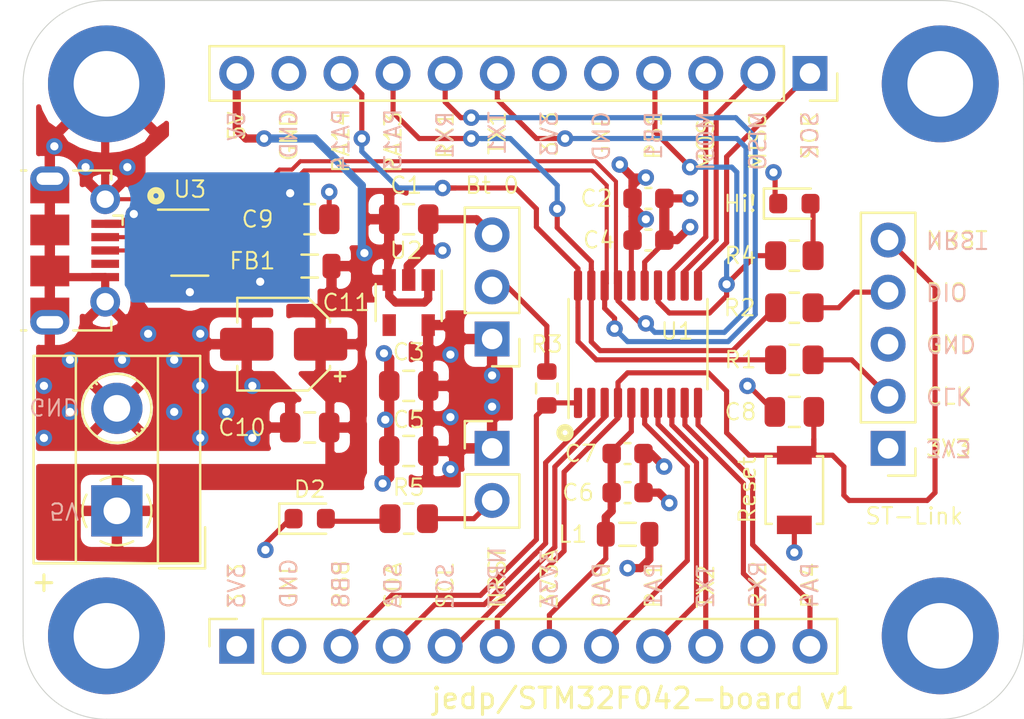
<source format=kicad_pcb>
(kicad_pcb (version 20171130) (host pcbnew "(5.1.7-0-10_14)")
  (layers (0 F.Cu signal) (1 In1.Cu power) (2 In2.Cu power) (31 B.Cu signal) (34 B.Paste user) (35 F.Paste user) (36 B.SilkS user) (37 F.SilkS user) (38 B.Mask user) (39 F.Mask user) (44 Edge.Cuts user))
  (net 0 "")
  (net 1 GND)
  (net 2 NRST)
  (net 3 USB_VBUS)
  (net 4 VBUS)
  (net 5 "Net-(D1-Pad2)")
  (net 6 PA4)
  (net 7 PA3)
  (net 8 PA2)
  (net 9 PA1)
  (net 10 PA0)
  (net 11 PF1)
  (net 12 PF0)
  (net 13 BOOT0)
  (net 14 PA14)
  (net 15 PA13)
  (net 16 LED_USER)
  (net 17 PA7)
  (net 18 PA6)
  (net 19 PA5)
  (net 20 "Net-(JP2-Pad2)")
  (net 21 +3V3)
  (net 22 +3.3VA)
  (net 23 "Net-(J3-Pad4)")
  (net 24 USB_D+)
  (net 25 USB_D-)
  (net 26 "Net-(R1-Pad1)")
  (net 27 "Net-(R2-Pad1)")
  (net 28 "Net-(D2-Pad2)")
  (net 29 "Net-(U2-Pad4)")
  (net 30 "Net-(JP1-Pad2)")
  (net 31 USB+)
  (net 32 USB-)
  (module Connector_USB:USB_Micro-B_Molex-105017-0001 (layer F.Cu) (at 134.112 70.104 270)
    (fp_text reference J3 hide)
    (fp_text value USB_B_Micro hide)
    (pad 6 smd rect (at 1 1.2375 270) (size 1.5 1.9) (layers F.Cu F.Paste F.Mask) (net 1 GND))
    (pad 6 thru_hole circle (at -2.5 -1.4625 270) (size 1.45 1.45) (drill 0.85) (layers *.Cu *.Mask) (net 1 GND))
    (pad 2 smd rect (at -0.65 -1.4625 270) (size 0.4 1.35) (layers F.Cu F.Paste F.Mask) (net 25 USB_D-))
    (pad 1 smd rect (at -1.3 -1.4625 270) (size 0.4 1.35) (layers F.Cu F.Paste F.Mask) (net 3 USB_VBUS))
    (pad 5 smd rect (at 1.3 -1.4625 270) (size 0.4 1.35) (layers F.Cu F.Paste F.Mask) (net 1 GND))
    (pad 4 smd rect (at 0.65 -1.4625 270) (size 0.4 1.35) (layers F.Cu F.Paste F.Mask) (net 23 "Net-(J3-Pad4)"))
    (pad 3 smd rect (at 0 -1.4625 270) (size 0.4 1.35) (layers F.Cu F.Paste F.Mask) (net 24 USB_D+))
    (pad 6 thru_hole circle (at 2.5 -1.4625 270) (size 1.45 1.45) (drill 0.85) (layers *.Cu *.Mask) (net 1 GND))
    (pad 6 smd rect (at -1 1.2375 270) (size 1.5 1.9) (layers F.Cu F.Paste F.Mask) (net 1 GND))
    (pad 6 thru_hole oval (at -3.5 1.2375 90) (size 1.2 1.9) (drill oval 0.6 1.3) (layers *.Cu *.Mask) (net 1 GND))
    (pad 6 thru_hole oval (at 3.5 1.2375 270) (size 1.2 1.9) (drill oval 0.6 1.3) (layers *.Cu *.Mask) (net 1 GND))
    (pad 6 smd rect (at 2.9 1.2375 270) (size 1.2 1.9) (layers F.Cu F.Mask) (net 1 GND))
    (pad 6 smd rect (at -2.9 1.2375 270) (size 1.2 1.9) (layers F.Cu F.Mask) (net 1 GND))
  )
  (module Capacitor_SMD:CP_Elec_4x5.4 (layer F.Cu) (at 144.272 74.676 180)
    (fp_text reference C11 (at -3.048 2.032) (layer F.SilkS) (effects (font (size 0.8 0.8) (thickness 0.1))))
    (fp_text value 4.7u hide)
    (pad 1 smd roundrect (at -1.8 0 180) (size 2.6 1.6) (layers F.Cu F.Paste F.Mask) (roundrect_rratio 0.15625) (net 4 VBUS))
    (pad 2 smd roundrect (at 1.8 0 180) (size 2.6 1.6) (layers F.Cu F.Paste F.Mask) (roundrect_rratio 0.15625) (net 1 GND))
  )
  (module Capacitor_SMD:C_0805_2012Metric (layer F.Cu) (at 150.368 68.58)
    (fp_text reference C1 (at -0.127 -1.651 180) (layer F.SilkS) (effects (font (size 0.8 0.8) (thickness 0.1))))
    (fp_text value 1u hide)
    (pad 1 smd roundrect (at -0.95 0) (size 1 1.45) (layers F.Cu F.Paste F.Mask) (net 4 VBUS))
    (pad 2 smd roundrect (at 0.95 0) (size 1 1.45) (layers F.Cu F.Paste F.Mask) (net 1 GND))
  )
  (module Capacitor_SMD:C_0805_2012Metric (layer F.Cu) (at 150.368 79.883 180)
    (fp_text reference C5 (at 0 1.524) (layer F.SilkS) (effects (font (size 0.8 0.8) (thickness 0.1))))
    (fp_text value 1u hide)
    (pad 1 smd roundrect (at -0.95 0 180) (size 1 1.45) (layers F.Cu F.Paste F.Mask) (net 21 +3V3))
    (pad 2 smd roundrect (at 0.95 0 180) (size 1 1.45) (layers F.Cu F.Paste F.Mask) (net 1 GND))
  )
  (module Capacitor_SMD:C_0805_2012Metric (layer F.Cu) (at 169.164 77.978 180)
    (fp_text reference C8 (at 1.778 0) (layer F.SilkS) (effects (font (size 0.8 0.8) (thickness 0.1)) (justify right)))
    (fp_text value 0.1u hide)
    (pad 2 smd roundrect (at 0.95 0 180) (size 1 1.45) (layers F.Cu F.Paste F.Mask) (net 1 GND))
    (pad 1 smd roundrect (at -0.95 0 180) (size 1 1.45) (layers F.Cu F.Paste F.Mask) (net 2 NRST))
  )
  (module Capacitor_SMD:C_0805_2012Metric (layer F.Cu) (at 145.542 68.58)
    (fp_text reference C9 (at -2.54 0 180) (layer F.SilkS) (effects (font (size 0.8 0.8) (thickness 0.1))))
    (fp_text value 0.01u hide)
    (pad 1 smd roundrect (at -0.95 0) (size 1 1.45) (layers F.Cu F.Paste F.Mask) (net 3 USB_VBUS))
    (pad 2 smd roundrect (at 0.95 0) (size 1 1.45) (layers F.Cu F.Paste F.Mask) (net 1 GND))
  )
  (module Capacitor_SMD:C_0805_2012Metric (layer F.Cu) (at 145.542 78.74 180)
    (fp_text reference C10 (at 3.302 0 180) (layer F.SilkS) (effects (font (size 0.8 0.8) (thickness 0.1))))
    (fp_text value 0.1u hide)
    (pad 2 smd roundrect (at 0.95 0 180) (size 1 1.45) (layers F.Cu F.Paste F.Mask) (net 1 GND))
    (pad 1 smd roundrect (at -0.95 0 180) (size 1 1.45) (layers F.Cu F.Paste F.Mask) (net 4 VBUS))
  )
  (module Inductor_SMD:L_0805_2012Metric (layer F.Cu) (at 145.542 70.866 180)
    (fp_text reference FB1 (at 2.794 0.254 180) (layer F.SilkS) (effects (font (size 0.8 0.8) (thickness 0.1))))
    (fp_text value BK0603HS330-T hide)
    (pad 1 smd roundrect (at -1.0625 0 180) (size 0.875 1.2) (layers F.Cu F.Paste F.Mask) (net 4 VBUS))
    (pad 2 smd roundrect (at 1.0625 0 180) (size 0.875 1.2) (layers F.Cu F.Paste F.Mask) (net 3 USB_VBUS))
  )
  (module Connector_PinSocket_2.54mm:PinSocket_1x12_P2.54mm_Vertical (layer F.Cu) (at 141.986 89.408 90)
    (fp_text reference J1 hide)
    (fp_text value Conn_01x12_Female hide)
    (pad 1 thru_hole rect (at 0 0 90) (size 1.7 1.7) (drill 1) (layers *.Cu *.Mask) (net 21 +3V3))
    (pad 2 thru_hole oval (at 0 2.54 90) (size 1.7 1.7) (drill 1) (layers *.Cu *.Mask) (net 1 GND))
    (pad 3 thru_hole oval (at 0 5.08 90) (size 1.7 1.7) (drill 1) (layers *.Cu *.Mask) (net 13 BOOT0))
    (pad 4 thru_hole oval (at 0 7.62 90) (size 1.7 1.7) (drill 1) (layers *.Cu *.Mask) (net 12 PF0))
    (pad 5 thru_hole oval (at 0 10.16 90) (size 1.7 1.7) (drill 1) (layers *.Cu *.Mask) (net 11 PF1))
    (pad 6 thru_hole oval (at 0 12.7 90) (size 1.7 1.7) (drill 1) (layers *.Cu *.Mask) (net 2 NRST))
    (pad 7 thru_hole oval (at 0 15.24 90) (size 1.7 1.7) (drill 1) (layers *.Cu *.Mask) (net 22 +3.3VA))
    (pad 8 thru_hole oval (at 0 17.78 90) (size 1.7 1.7) (drill 1) (layers *.Cu *.Mask) (net 10 PA0))
    (pad 9 thru_hole oval (at 0 20.32 90) (size 1.7 1.7) (drill 1) (layers *.Cu *.Mask) (net 9 PA1))
    (pad 10 thru_hole oval (at 0 22.86 90) (size 1.7 1.7) (drill 1) (layers *.Cu *.Mask) (net 8 PA2))
    (pad 11 thru_hole oval (at 0 25.4 90) (size 1.7 1.7) (drill 1) (layers *.Cu *.Mask) (net 7 PA3))
    (pad 12 thru_hole oval (at 0 27.94 90) (size 1.7 1.7) (drill 1) (layers *.Cu *.Mask) (net 6 PA4))
  )
  (module Connector_PinSocket_2.54mm:PinSocket_1x12_P2.54mm_Vertical (layer F.Cu) (at 169.926 61.468 270)
    (fp_text reference J2 hide)
    (fp_text value Conn_01x12_Female hide)
    (pad 12 thru_hole oval (at 0 27.94 270) (size 1.7 1.7) (drill 1) (layers *.Cu *.Mask) (net 4 VBUS))
    (pad 11 thru_hole oval (at 0 25.4 270) (size 1.7 1.7) (drill 1) (layers *.Cu *.Mask) (net 1 GND))
    (pad 10 thru_hole oval (at 0 22.86 270) (size 1.7 1.7) (drill 1) (layers *.Cu *.Mask) (net 14 PA14))
    (pad 9 thru_hole oval (at 0 20.32 270) (size 1.7 1.7) (drill 1) (layers *.Cu *.Mask) (net 15 PA13))
    (pad 8 thru_hole oval (at 0 17.78 270) (size 1.7 1.7) (drill 1) (layers *.Cu *.Mask) (net 31 USB+))
    (pad 7 thru_hole oval (at 0 15.24 270) (size 1.7 1.7) (drill 1) (layers *.Cu *.Mask) (net 32 USB-))
    (pad 6 thru_hole oval (at 0 12.7 270) (size 1.7 1.7) (drill 1) (layers *.Cu *.Mask) (net 21 +3V3))
    (pad 5 thru_hole oval (at 0 10.16 270) (size 1.7 1.7) (drill 1) (layers *.Cu *.Mask) (net 1 GND))
    (pad 4 thru_hole oval (at 0 7.62 270) (size 1.7 1.7) (drill 1) (layers *.Cu *.Mask) (net 16 LED_USER))
    (pad 3 thru_hole oval (at 0 5.08 270) (size 1.7 1.7) (drill 1) (layers *.Cu *.Mask) (net 17 PA7))
    (pad 2 thru_hole oval (at 0 2.54 270) (size 1.7 1.7) (drill 1) (layers *.Cu *.Mask) (net 18 PA6))
    (pad 1 thru_hole rect (at 0 0 270) (size 1.7 1.7) (drill 1) (layers *.Cu *.Mask) (net 19 PA5))
  )
  (module TerminalBlock_MetzConnect:TerminalBlock_MetzConnect_Type055_RT01502HDWU_1x02_P5.00mm_Horizontal (layer F.Cu) (at 136.144 82.804 90)
    (fp_text reference J4 hide)
    (fp_text value Screw_Terminal_01x02 hide)
    (pad 1 thru_hole rect (at 0 0 90) (size 2.5 2.5) (drill 1.3) (layers *.Cu *.Mask) (net 4 VBUS))
    (pad 2 thru_hole circle (at 5 0 90) (size 2.5 2.5) (drill 1.3) (layers *.Cu *.Mask) (net 1 GND))
  )
  (module Connector_PinHeader_2.54mm:PinHeader_1x03_P2.54mm_Vertical (layer F.Cu) (at 154.432 74.422 180)
    (fp_text reference JP1 hide)
    (fp_text value Boot_Mode hide)
    (pad 1 thru_hole rect (at 0 0 180) (size 1.7 1.7) (drill 1) (layers *.Cu *.Mask) (net 21 +3V3))
    (pad 2 thru_hole oval (at 0 2.54 180) (size 1.7 1.7) (drill 1) (layers *.Cu *.Mask) (net 30 "Net-(JP1-Pad2)"))
    (pad 3 thru_hole oval (at 0 5.08 180) (size 1.7 1.7) (drill 1) (layers *.Cu *.Mask) (net 1 GND))
  )
  (module Connector_PinHeader_2.54mm:PinHeader_1x02_P2.54mm_Vertical (layer F.Cu) (at 154.432 79.756)
    (fp_text reference JP2 hide)
    (fp_text value LED_PWR hide)
    (pad 2 thru_hole oval (at 0 2.54) (size 1.7 1.7) (drill 1) (layers *.Cu *.Mask) (net 20 "Net-(JP2-Pad2)"))
    (pad 1 thru_hole rect (at 0 0) (size 1.7 1.7) (drill 1) (layers *.Cu *.Mask) (net 21 +3V3))
  )
  (module Inductor_SMD:L_0805_2012Metric (layer F.Cu) (at 161.036 83.947 180)
    (fp_text reference L1 (at 1.905 0 180) (layer F.SilkS) (effects (font (size 0.8 0.8) (thickness 0.1)) (justify right)))
    (fp_text value 39n hide)
    (pad 2 smd roundrect (at 1.0625 0 180) (size 0.875 1.2) (layers F.Cu F.Paste F.Mask) (net 22 +3.3VA))
    (pad 1 smd roundrect (at -1.0625 0 180) (size 0.875 1.2) (layers F.Cu F.Paste F.Mask) (net 21 +3V3))
  )
  (module Resistor_SMD:R_0805_2012Metric (layer F.Cu) (at 169.164 75.438 180)
    (fp_text reference R1 (at 1.778 0) (layer F.SilkS) (effects (font (size 0.8 0.8) (thickness 0.1)) (justify right)))
    (fp_text value 22 hide)
    (pad 1 smd roundrect (at -0.9125 0 180) (size 1.025 1.4) (layers F.Cu F.Paste F.Mask) (roundrect_rratio 0.2439004878048781) (net 26 "Net-(R1-Pad1)"))
    (pad 2 smd roundrect (at 0.9125 0 180) (size 1.025 1.4) (layers F.Cu F.Paste F.Mask) (roundrect_rratio 0.2439004878048781) (net 14 PA14))
  )
  (module Resistor_SMD:R_0805_2012Metric (layer F.Cu) (at 169.164 70.358)
    (fp_text reference R4 (at -1.778 0) (layer F.SilkS) (effects (font (size 0.8 0.8) (thickness 0.1)) (justify right)))
    (fp_text value 1k hide)
    (pad 2 smd roundrect (at 0.9125 0) (size 1.025 1.4) (layers F.Cu F.Paste F.Mask) (roundrect_rratio 0.2439004878048781) (net 5 "Net-(D1-Pad2)"))
    (pad 1 smd roundrect (at -0.9125 0) (size 1.025 1.4) (layers F.Cu F.Paste F.Mask) (roundrect_rratio 0.2439004878048781) (net 16 LED_USER))
  )
  (module Resistor_SMD:R_0805_2012Metric (layer F.Cu) (at 150.368 83.185 180)
    (fp_text reference R5 (at 0 1.524) (layer F.SilkS) (effects (font (size 0.8 0.8) (thickness 0.1))))
    (fp_text value 1k hide)
    (pad 1 smd roundrect (at -0.9125 0 180) (size 1.025 1.4) (layers F.Cu F.Paste F.Mask) (roundrect_rratio 0.2439004878048781) (net 20 "Net-(JP2-Pad2)"))
    (pad 2 smd roundrect (at 0.9125 0 180) (size 1.025 1.4) (layers F.Cu F.Paste F.Mask) (roundrect_rratio 0.2439004878048781) (net 28 "Net-(D2-Pad2)"))
  )
  (module Connector_PinHeader_2.54mm:PinHeader_1x05_P2.54mm_Vertical (layer F.Cu) (at 173.736 79.756 180)
    (fp_text reference ST-Link hide)
    (fp_text value Conn_01x05_Female hide)
    (pad 1 thru_hole rect (at 0 0 180) (size 1.7 1.7) (drill 1) (layers *.Cu *.Mask) (net 21 +3V3))
    (pad 2 thru_hole oval (at 0 2.54 180) (size 1.7 1.7) (drill 1) (layers *.Cu *.Mask) (net 26 "Net-(R1-Pad1)"))
    (pad 3 thru_hole oval (at 0 5.08 180) (size 1.7 1.7) (drill 1) (layers *.Cu *.Mask) (net 1 GND))
    (pad 4 thru_hole oval (at 0 7.62 180) (size 1.7 1.7) (drill 1) (layers *.Cu *.Mask) (net 27 "Net-(R2-Pad1)"))
    (pad 5 thru_hole oval (at 0 10.16 180) (size 1.7 1.7) (drill 1) (layers *.Cu *.Mask) (net 2 NRST))
  )
  (module Package_SO:TSSOP-20_4.4x6.5mm_P0.65mm (layer F.Cu) (at 161.544 74.676 90)
    (fp_text reference U1 (at 0.635 1.905 180) (layer F.SilkS) (effects (font (size 0.8 0.8) (thickness 0.1))))
    (fp_text value STM32F042F6Px hide)
    (pad 1 smd roundrect (at -2.8625 -2.925 90) (size 1.475 0.4) (layers F.Cu F.Paste F.Mask) (net 13 BOOT0))
    (pad 2 smd roundrect (at -2.8625 -2.275 90) (size 1.475 0.4) (layers F.Cu F.Paste F.Mask) (net 12 PF0))
    (pad 3 smd roundrect (at -2.8625 -1.625 90) (size 1.475 0.4) (layers F.Cu F.Paste F.Mask) (net 11 PF1))
    (pad 4 smd roundrect (at -2.8625 -0.975 90) (size 1.475 0.4) (layers F.Cu F.Paste F.Mask) (net 2 NRST))
    (pad 5 smd roundrect (at -2.8625 -0.325 90) (size 1.475 0.4) (layers F.Cu F.Paste F.Mask) (net 22 +3.3VA))
    (pad 6 smd roundrect (at -2.8625 0.325 90) (size 1.475 0.4) (layers F.Cu F.Paste F.Mask) (net 10 PA0))
    (pad 7 smd roundrect (at -2.8625 0.975 90) (size 1.475 0.4) (layers F.Cu F.Paste F.Mask) (net 9 PA1))
    (pad 8 smd roundrect (at -2.8625 1.625 90) (size 1.475 0.4) (layers F.Cu F.Paste F.Mask) (net 8 PA2))
    (pad 9 smd roundrect (at -2.8625 2.275 90) (size 1.475 0.4) (layers F.Cu F.Paste F.Mask) (net 7 PA3))
    (pad 10 smd roundrect (at -2.8625 2.925 90) (size 1.475 0.4) (layers F.Cu F.Paste F.Mask) (net 6 PA4))
    (pad 11 smd roundrect (at 2.8625 2.925 90) (size 1.475 0.4) (layers F.Cu F.Paste F.Mask) (net 19 PA5))
    (pad 12 smd roundrect (at 2.8625 2.275 90) (size 1.475 0.4) (layers F.Cu F.Paste F.Mask) (net 18 PA6))
    (pad 13 smd roundrect (at 2.8625 1.625 90) (size 1.475 0.4) (layers F.Cu F.Paste F.Mask) (net 17 PA7))
    (pad 14 smd roundrect (at 2.8625 0.975 90) (size 1.475 0.4) (layers F.Cu F.Paste F.Mask) (net 16 LED_USER))
    (pad 15 smd roundrect (at 2.8625 0.325 90) (size 1.475 0.4) (layers F.Cu F.Paste F.Mask) (net 1 GND))
    (pad 16 smd roundrect (at 2.8625 -0.325 90) (size 1.475 0.4) (layers F.Cu F.Paste F.Mask) (net 21 +3V3))
    (pad 17 smd roundrect (at 2.8625 -0.975 90) (size 1.475 0.4) (layers F.Cu F.Paste F.Mask) (net 32 USB-))
    (pad 18 smd roundrect (at 2.8625 -1.625 90) (size 1.475 0.4) (layers F.Cu F.Paste F.Mask) (net 31 USB+))
    (pad 19 smd roundrect (at 2.8625 -2.275 90) (size 1.475 0.4) (layers F.Cu F.Paste F.Mask) (net 15 PA13))
    (pad 20 smd roundrect (at 2.8625 -2.925 90) (size 1.475 0.4) (layers F.Cu F.Paste F.Mask) (net 14 PA14))
  )
  (module Package_TO_SOT_SMD:SOT-23-5 (layer F.Cu) (at 150.368 72.644 270)
    (fp_text reference U2 (at -2.54 0.127) (layer F.SilkS) (effects (font (size 0.8 0.8) (thickness 0.1))))
    (fp_text value MCP1802 hide)
    (pad 1 smd rect (at -1.1 -0.95 270) (size 1.06 0.65) (layers F.Cu F.Paste F.Mask) (net 4 VBUS))
    (pad 2 smd rect (at -1.1 0 270) (size 1.06 0.65) (layers F.Cu F.Paste F.Mask) (net 1 GND))
    (pad 3 smd rect (at -1.1 0.95 270) (size 1.06 0.65) (layers F.Cu F.Paste F.Mask) (net 4 VBUS))
    (pad 4 smd rect (at 1.1 0.95 270) (size 1.06 0.65) (layers F.Cu F.Paste F.Mask) (net 29 "Net-(U2-Pad4)"))
    (pad 5 smd rect (at 1.1 -0.95 270) (size 1.06 0.65) (layers F.Cu F.Paste F.Mask) (net 21 +3V3))
  )
  (module Capacitor_SMD:C_0603_1608Metric (layer F.Cu) (at 162.052 67.564)
    (fp_text reference C2 (at -2.54 0) (layer F.SilkS) (effects (font (size 0.8 0.8) (thickness 0.1))))
    (fp_text value 4.7u hide)
    (pad 1 smd roundrect (at -0.775 0) (size 0.9 0.95) (layers F.Cu F.Paste F.Mask) (net 21 +3V3))
    (pad 2 smd roundrect (at 0.775 0) (size 0.9 0.95) (layers F.Cu F.Paste F.Mask) (net 1 GND))
  )
  (module Capacitor_SMD:C_0603_1608Metric (layer F.Cu) (at 162.052 69.596)
    (fp_text reference C4 (at -2.413 0) (layer F.SilkS) (effects (font (size 0.8 0.8) (thickness 0.1))))
    (fp_text value 0.1u hide)
    (pad 2 smd roundrect (at 0.775 0) (size 0.9 0.95) (layers F.Cu F.Paste F.Mask) (net 1 GND))
    (pad 1 smd roundrect (at -0.775 0) (size 0.9 0.95) (layers F.Cu F.Paste F.Mask) (net 21 +3V3))
  )
  (module Capacitor_SMD:C_0603_1608Metric (layer F.Cu) (at 161.036 81.915)
    (fp_text reference C6 (at -2.413 0) (layer F.SilkS) (effects (font (size 0.8 0.8) (thickness 0.1))))
    (fp_text value 1u hide)
    (pad 1 smd roundrect (at -0.775 0) (size 0.9 0.95) (layers F.Cu F.Paste F.Mask) (net 22 +3.3VA))
    (pad 2 smd roundrect (at 0.775 0) (size 0.9 0.95) (layers F.Cu F.Paste F.Mask) (net 1 GND))
  )
  (module Capacitor_SMD:C_0603_1608Metric (layer F.Cu) (at 161.036 80.01)
    (fp_text reference C7 (at -2.286 0) (layer F.SilkS) (effects (font (size 0.8 0.8) (thickness 0.1))))
    (fp_text value 0.1u hide)
    (pad 1 smd roundrect (at -0.775 0) (size 0.9 0.95) (layers F.Cu F.Paste F.Mask) (net 22 +3.3VA))
    (pad 2 smd roundrect (at 0.775 0) (size 0.9 0.95) (layers F.Cu F.Paste F.Mask) (net 1 GND))
  )
  (module Button_Switch_SMD:SW_SPST_B3U-1000P-B (layer F.Cu) (at 169.164 81.788 270)
    (fp_text reference Reset1 hide)
    (fp_text value SW_Push hide)
    (pad 1 smd rect (at -1.7 0 270) (size 0.9 1.7) (layers F.Cu F.Paste F.Mask) (net 2 NRST))
    (pad 2 smd rect (at 1.7 0 270) (size 0.9 1.7) (layers F.Cu F.Paste F.Mask) (net 1 GND))
    (pad "" np_thru_hole circle (at 0 0 270) (size 0.8 0.8) (drill 0.8) (layers *.Cu *.Mask))
  )
  (module MountingHole:MountingHole_3.2mm_M3_ISO7380_Pad (layer F.Cu) (at 176.276 88.9)
    (fp_text reference H1 hide)
    (fp_text value MountingHole_Pad hide)
    (pad 1 thru_hole circle (at 0 0) (size 5.7 5.7) (drill 3.2) (layers *.Cu *.Mask) (net 1 GND))
  )
  (module MountingHole:MountingHole_3.2mm_M3_ISO7380_Pad (layer F.Cu) (at 176.276 61.976)
    (fp_text reference H2 hide)
    (fp_text value MountingHole_Pad hide)
    (pad 1 thru_hole circle (at 0 0) (size 5.7 5.7) (drill 3.2) (layers *.Cu *.Mask) (net 1 GND))
  )
  (module MountingHole:MountingHole_3.2mm_M3_ISO7380_Pad (layer F.Cu) (at 135.636 61.976)
    (fp_text reference H3 hide)
    (fp_text value MountingHole_Pad hide)
    (pad 1 thru_hole circle (at 0 0) (size 5.7 5.7) (drill 3.2) (layers *.Cu *.Mask) (net 1 GND))
  )
  (module MountingHole:MountingHole_3.2mm_M3_ISO7380_Pad (layer F.Cu) (at 135.636 88.9)
    (fp_text reference H4 hide)
    (fp_text value MountingHole_Pad hide)
    (pad 1 thru_hole circle (at 0 0) (size 5.7 5.7) (drill 3.2) (layers *.Cu *.Mask) (net 1 GND))
  )
  (module Capacitor_SMD:C_0805_2012Metric (layer F.Cu) (at 150.368 76.708 180)
    (fp_text reference C3 (at 0 1.651 180) (layer F.SilkS) (effects (font (size 0.8 0.8) (thickness 0.1))))
    (fp_text value 10u hide)
    (pad 1 smd roundrect (at -0.95 0 180) (size 1 1.45) (layers F.Cu F.Paste F.Mask) (net 21 +3V3))
    (pad 2 smd roundrect (at 0.95 0 180) (size 1 1.45) (layers F.Cu F.Paste F.Mask) (net 1 GND))
  )
  (module Resistor_SMD:R_0805_2012Metric (layer F.Cu) (at 169.164 72.898 180)
    (fp_text reference R2 (at 2.667 0) (layer F.SilkS) (effects (font (size 0.8 0.8) (thickness 0.1))))
    (fp_text value 22 hide)
    (pad 1 smd roundrect (at -0.9125 0 180) (size 1.025 1.4) (layers F.Cu F.Paste F.Mask) (roundrect_rratio 0.2439014634146341) (net 27 "Net-(R2-Pad1)"))
    (pad 2 smd roundrect (at 0.9125 0 180) (size 1.025 1.4) (layers F.Cu F.Paste F.Mask) (roundrect_rratio 0.2439014634146341) (net 15 PA13))
  )
  (module Resistor_SMD:R_0603_1608Metric (layer F.Cu) (at 157.099 76.835 270)
    (fp_text reference R3 (at -2.159 0 180) (layer F.SilkS) (effects (font (size 0.8 0.8) (thickness 0.1))))
    (fp_text value 10k hide)
    (pad 1 smd roundrect (at -0.825 0 270) (size 0.8 0.95) (layers F.Cu F.Paste F.Mask) (net 30 "Net-(JP1-Pad2)"))
    (pad 2 smd roundrect (at 0.825 0 270) (size 0.8 0.95) (layers F.Cu F.Paste F.Mask) (net 13 BOOT0))
  )
  (module Package_TO_SOT_SMD:SOT-23-6 (layer F.Cu) (at 139.7 69.723)
    (fp_text reference U3 (at 0 -2.6035) (layer F.SilkS) (effects (font (size 0.8 0.8) (thickness 0.1))))
    (fp_text value USBLC6-2SC6 hide)
    (pad 1 smd rect (at -1.1 -0.95) (size 1.06 0.65) (layers F.Cu F.Paste F.Mask) (net 25 USB_D-))
    (pad 2 smd rect (at -1.1 0) (size 1.06 0.65) (layers F.Cu F.Paste F.Mask) (net 1 GND))
    (pad 3 smd rect (at -1.1 0.95) (size 1.06 0.65) (layers F.Cu F.Paste F.Mask) (net 24 USB_D+))
    (pad 4 smd rect (at 1.1 0.95) (size 1.06 0.65) (layers F.Cu F.Paste F.Mask) (net 31 USB+))
    (pad 6 smd rect (at 1.1 -0.95) (size 1.06 0.65) (layers F.Cu F.Paste F.Mask) (net 32 USB-))
    (pad 5 smd rect (at 1.1 0) (size 1.06 0.65) (layers F.Cu F.Paste F.Mask) (net 3 USB_VBUS))
  )
  (module LED_SMD:LED_0603_1608Metric (layer F.Cu) (at 169.164 67.818)
    (fp_text reference Hi! (at -1.778 0) (layer F.SilkS) (effects (font (size 0.8 0.8) (thickness 0.1)) (justify right)))
    (fp_text value LED_USER hide)
    (pad 1 smd roundrect (at -0.7875 0) (size 0.875 0.95) (layers F.Cu F.Paste F.Mask) (net 1 GND))
    (pad 2 smd roundrect (at 0.7875 0) (size 0.875 0.95) (layers F.Cu F.Paste F.Mask) (net 5 "Net-(D1-Pad2)"))
  )
  (module LED_SMD:LED_0603_1608Metric (layer F.Cu) (at 145.542 83.185)
    (fp_text reference D2 (at 0 -1.43) (layer F.SilkS) (effects (font (size 0.8 0.8) (thickness 0.1))))
    (fp_text value PWR hide)
    (pad 2 smd roundrect (at 0.7875 0) (size 0.875 0.95) (layers F.Cu F.Paste F.Mask) (net 28 "Net-(D2-Pad2)"))
    (pad 1 smd roundrect (at -0.7875 0) (size 0.875 0.95) (layers F.Cu F.Paste F.Mask) (net 1 GND))
  )
  (gr_text Reset (at 166.878 81.788 90) (layer F.SilkS) (effects (font (size 0.8 0.8) (thickness 0.1))))
  (gr_text ST-Link (at 175.006 83.058) (layer F.SilkS) (effects (font (size 0.8 0.8) (thickness 0.1))))
  (gr_text 5V (at 134.366 82.804 180) (layer B.SilkS) (effects (font (size 0.8 0.8) (thickness 0.1)) (justify right mirror)))
  (gr_text GND (at 134.366 77.724 180) (layer B.SilkS) (effects (font (size 0.8 0.8) (thickness 0.1)) (justify right mirror)))
  (gr_text 3V3 (at 175.514 79.756 180) (layer B.SilkS) (effects (font (size 0.8 0.8) (thickness 0.1)) (justify left mirror)))
  (gr_text CLK (at 175.514 77.216 180) (layer B.SilkS) (effects (font (size 0.8 0.8) (thickness 0.1)) (justify left mirror)))
  (gr_text GND (at 175.514 74.676 180) (layer B.SilkS) (effects (font (size 0.8 0.8) (thickness 0.1)) (justify left mirror)))
  (gr_text DIO (at 175.514 72.136 180) (layer B.SilkS) (effects (font (size 0.8 0.8) (thickness 0.1)) (justify left mirror)))
  (gr_text NRST (at 175.514 69.596 180) (layer B.SilkS) (effects (font (size 0.8 0.8) (thickness 0.1)) (justify left mirror)))
  (gr_text PA4 (at 169.926 87.63 90) (layer B.SilkS) (effects (font (size 0.8 0.8) (thickness 0.1)) (justify right mirror)))
  (gr_text PA1 (at 162.306 87.63 90) (layer B.SilkS) (effects (font (size 0.8 0.8) (thickness 0.1)) (justify right mirror)))
  (gr_text RX2 (at 167.386 87.63 90) (layer B.SilkS) (effects (font (size 0.8 0.8) (thickness 0.1)) (justify right mirror)))
  (gr_text TX2 (at 164.846 87.63 90) (layer B.SilkS) (effects (font (size 0.8 0.8) (thickness 0.1)) (justify right mirror)))
  (gr_text PA0 (at 159.766 87.63 90) (layer B.SilkS) (effects (font (size 0.8 0.8) (thickness 0.1)) (justify right mirror)))
  (gr_text 3V3A (at 157.226 87.63 90) (layer B.SilkS) (effects (font (size 0.8 0.8) (thickness 0.1)) (justify right mirror)))
  (gr_text NRST (at 154.686 87.63 90) (layer B.SilkS) (effects (font (size 0.8 0.8) (thickness 0.1)) (justify right mirror)))
  (gr_text SCL (at 152.146 87.63 90) (layer B.SilkS) (effects (font (size 0.8 0.8) (thickness 0.1)) (justify right mirror)))
  (gr_text SDA (at 149.606 87.63 90) (layer B.SilkS) (effects (font (size 0.8 0.8) (thickness 0.1)) (justify right mirror)))
  (gr_text PB8 (at 147.066 87.63 90) (layer B.SilkS) (effects (font (size 0.8 0.8) (thickness 0.1)) (justify right mirror)))
  (gr_text GND (at 144.526 87.63 90) (layer B.SilkS) (effects (font (size 0.8 0.8) (thickness 0.1)) (justify right mirror)))
  (gr_text 3V3 (at 141.986 87.63 90) (layer B.SilkS) (effects (font (size 0.8 0.8) (thickness 0.1)) (justify right mirror)))
  (gr_text SCK (at 169.926 63.246 90) (layer B.SilkS) (effects (font (size 0.8 0.8) (thickness 0.1)) (justify left mirror)))
  (gr_text MISO (at 167.386 63.246 90) (layer B.SilkS) (effects (font (size 0.8 0.8) (thickness 0.1)) (justify left mirror)))
  (gr_text MOSI (at 164.846 63.246 90) (layer B.SilkS) (effects (font (size 0.8 0.8) (thickness 0.1)) (justify left mirror)))
  (gr_text PB1 (at 162.306 63.246 90) (layer B.SilkS) (effects (font (size 0.8 0.8) (thickness 0.1)) (justify left mirror)))
  (gr_text GND (at 159.766 63.246 90) (layer B.SilkS) (effects (font (size 0.8 0.8) (thickness 0.1)) (justify left mirror)))
  (gr_text 3V3 (at 157.226 63.246 90) (layer B.SilkS) (effects (font (size 0.8 0.8) (thickness 0.1)) (justify left mirror)))
  (gr_text TX1 (at 154.686 63.246 90) (layer B.SilkS) (effects (font (size 0.8 0.8) (thickness 0.1)) (justify left mirror)))
  (gr_text RX1 (at 152.146 63.246 90) (layer B.SilkS) (effects (font (size 0.8 0.8) (thickness 0.1)) (justify left mirror)))
  (gr_text PA13 (at 149.606 63.119 90) (layer B.SilkS) (effects (font (size 0.8 0.8) (thickness 0.1)) (justify left mirror)))
  (gr_text PA14 (at 147.066 63.119 90) (layer B.SilkS) (effects (font (size 0.8 0.8) (thickness 0.1)) (justify left mirror)))
  (gr_text GND (at 144.526 63.119 90) (layer B.SilkS) (effects (font (size 0.8 0.8) (thickness 0.1)) (justify left mirror)))
  (gr_text 5V (at 141.986 63.246 90) (layer B.SilkS) (effects (font (size 0.8 0.8) (thickness 0.1)) (justify left mirror)))
  (gr_text "jedp/STM32F042-board v1" (at 161.798 91.948) (layer F.SilkS) (effects (font (size 1 1))))
  (gr_text + (at 132.588 86.233) (layer F.SilkS) (effects (font (size 1 1))))
  (gr_text "Bt 0" (at 154.432 66.929) (layer F.SilkS) (effects (font (size 0.8 0.8) (thickness 0.1))))
  (gr_arc (start 135.636 88.9) (end 131.572 88.9) (angle -90) (layer Edge.Cuts) (width 0.05))
  (gr_arc (start 176.276 88.9) (end 176.276 92.964) (angle -90) (layer Edge.Cuts) (width 0.05))
  (gr_arc (start 135.636 61.976) (end 135.636 57.912) (angle -90) (layer Edge.Cuts) (width 0.05))
  (gr_arc (start 176.276 61.976) (end 180.34 61.976) (angle -90) (layer Edge.Cuts) (width 0.05))
  (gr_line (start 131.572 88.9) (end 131.572 61.976) (layer Edge.Cuts) (width 0.05))
  (gr_line (start 176.276 92.964) (end 135.636 92.964) (layer Edge.Cuts) (width 0.05))
  (gr_line (start 180.34 61.976) (end 180.34 88.9) (layer Edge.Cuts) (width 0.05))
  (gr_line (start 135.636 57.912) (end 176.276 57.912) (layer Edge.Cuts) (width 0.05))
  (gr_text SCK (at 169.926 63.246 90) (layer F.SilkS) (effects (font (size 0.8 0.8) (thickness 0.1)) (justify right)))
  (gr_text MISO (at 167.386 63.246 90) (layer F.SilkS) (effects (font (size 0.8 0.8) (thickness 0.1)) (justify right)))
  (gr_text MOSI (at 164.846 63.246 90) (layer F.SilkS) (effects (font (size 0.8 0.8) (thickness 0.1)) (justify right)))
  (gr_text PB1 (at 162.306 63.246 90) (layer F.SilkS) (effects (font (size 0.8 0.8) (thickness 0.1)) (justify right)))
  (gr_text GND (at 159.766 63.246 90) (layer F.SilkS) (effects (font (size 0.8 0.8) (thickness 0.1)) (justify right)))
  (gr_text 3V3 (at 157.226 63.246 90) (layer F.SilkS) (effects (font (size 0.8 0.8) (thickness 0.1)) (justify right)))
  (gr_text TX1 (at 154.686 63.246 90) (layer F.SilkS) (effects (font (size 0.8 0.8) (thickness 0.1)) (justify right)))
  (gr_text RX1 (at 152.146 63.246 90) (layer F.SilkS) (effects (font (size 0.8 0.8) (thickness 0.1)) (justify right)))
  (gr_text PA13 (at 149.606 63.246 90) (layer F.SilkS) (effects (font (size 0.8 0.8) (thickness 0.1)) (justify right)))
  (gr_text PA14 (at 147.066 63.246 90) (layer F.SilkS) (effects (font (size 0.8 0.8) (thickness 0.1)) (justify right)))
  (gr_text GND (at 144.526 63.246 90) (layer F.SilkS) (effects (font (size 0.8 0.8) (thickness 0.1)) (justify right)))
  (gr_text 5V (at 141.986 63.246 90) (layer F.SilkS) (effects (font (size 0.8 0.8) (thickness 0.1)) (justify right)))
  (gr_text PA4 (at 169.926 87.63 90) (layer F.SilkS) (effects (font (size 0.8 0.8) (thickness 0.1)) (justify left)))
  (gr_text PA1 (at 162.306 87.63 90) (layer F.SilkS) (effects (font (size 0.8 0.8) (thickness 0.1)) (justify left)))
  (gr_text RX2 (at 167.386 87.63 90) (layer F.SilkS) (effects (font (size 0.8 0.8) (thickness 0.1)) (justify left)))
  (gr_text TX2 (at 164.846 87.63 90) (layer F.SilkS) (effects (font (size 0.8 0.8) (thickness 0.1)) (justify left)))
  (gr_text PA0 (at 159.766 87.63 90) (layer F.SilkS) (effects (font (size 0.8 0.8) (thickness 0.1)) (justify left)))
  (gr_text 3V3A (at 157.226 87.63 90) (layer F.SilkS) (effects (font (size 0.8 0.8) (thickness 0.1)) (justify left)))
  (gr_text NRST (at 154.686 87.63 90) (layer F.SilkS) (effects (font (size 0.8 0.8) (thickness 0.1)) (justify left)))
  (gr_text SCL (at 152.146 87.63 90) (layer F.SilkS) (effects (font (size 0.8 0.8) (thickness 0.1)) (justify left)))
  (gr_text SDA (at 149.606 87.63 90) (layer F.SilkS) (effects (font (size 0.8 0.8) (thickness 0.1)) (justify left)))
  (gr_text "PB8\n" (at 147.066 87.63 90) (layer F.SilkS) (effects (font (size 0.8 0.8) (thickness 0.1)) (justify left)))
  (gr_text GND (at 144.526 87.63 90) (layer F.SilkS) (effects (font (size 0.8 0.8) (thickness 0.1)) (justify left)))
  (gr_text 3V3 (at 141.986 87.63 90) (layer F.SilkS) (effects (font (size 0.8 0.8) (thickness 0.1)) (justify left)))
  (gr_circle (center 138.049 67.437) (end 138.174 67.437) (layer F.SilkS) (width 0.3))
  (gr_circle (center 157.988 78.994) (end 158.113 78.994) (layer F.SilkS) (width 0.3))
  (gr_text NRST (at 175.514 69.596) (layer F.SilkS) (effects (font (size 0.8 0.8) (thickness 0.1)) (justify left)))
  (gr_text CLK (at 175.514 77.216) (layer F.SilkS) (effects (font (size 0.8 0.8) (thickness 0.1)) (justify left)))
  (gr_text DIO (at 175.514 72.136) (layer F.SilkS) (effects (font (size 0.8 0.8) (thickness 0.1)) (justify left)))
  (gr_text GND (at 175.514 74.676) (layer F.SilkS) (effects (font (size 0.8 0.8) (thickness 0.1)) (justify left)))
  (gr_text "3V3\n" (at 175.514 79.756) (layer F.SilkS) (effects (font (size 0.8 0.8) (thickness 0.1)) (justify left)))
  (via (at 152.019 70.104) (size 0.8) (drill 0.4) (layers F.Cu B.Cu) (net 1))
  (via (at 149.225 78.359) (size 0.8) (drill 0.4) (layers F.Cu B.Cu) (net 1))
  (via (at 166.878 76.708) (size 0.8) (drill 0.4) (layers F.Cu B.Cu) (net 1))
  (via (at 149.1615 75.1205) (size 0.8) (drill 0.4) (layers F.Cu B.Cu) (net 1))
  (via (at 149.098 81.4705) (size 0.8) (drill 0.4) (layers F.Cu B.Cu) (net 1))
  (via (at 169.164 84.836) (size 0.8) (drill 0.4) (layers F.Cu B.Cu) (net 1))
  (via (at 146.4945 67.2465) (size 0.8) (drill 0.4) (layers F.Cu B.Cu) (net 1))
  (via (at 162.814 80.645) (size 0.8) (drill 0.4) (layers F.Cu B.Cu) (net 1))
  (via (at 163.068 82.423) (size 0.8) (drill 0.4) (layers F.Cu B.Cu) (net 1))
  (via (at 164.084 68.961) (size 0.8) (drill 0.4) (layers F.Cu B.Cu) (net 1))
  (via (at 164.084 67.564) (size 0.8) (drill 0.4) (layers F.Cu B.Cu) (net 1))
  (via (at 168.148 66.294) (size 0.8) (drill 0.4) (layers F.Cu B.Cu) (net 1))
  (segment (start 168.2265 66.3725) (end 168.148 66.294) (width 0.25) (layer F.Cu) (net 1))
  (segment (start 168.2265 67.818) (end 168.2265 66.3725) (width 0.25) (layer F.Cu) (net 1))
  (segment (start 162.827 67.564) (end 162.827 69.596) (width 0.5) (layer F.Cu) (net 1))
  (segment (start 161.869 71.8135) (end 161.869 70.668) (width 0.25) (layer F.Cu) (net 1))
  (segment (start 162.827 69.71) (end 162.827 69.596) (width 0.25) (layer F.Cu) (net 1))
  (segment (start 161.869 70.668) (end 162.827 69.71) (width 0.25) (layer F.Cu) (net 1))
  (segment (start 159.766 62.103) (end 159.766 61.468) (width 0.4) (layer F.Cu) (net 1))
  (segment (start 162.827 67.564) (end 164.084 67.564) (width 0.4) (layer F.Cu) (net 1))
  (segment (start 162.941 67.45) (end 162.827 67.564) (width 0.25) (layer F.Cu) (net 1))
  (segment (start 144.912 83.2585) (end 144.8585 83.312) (width 0.4) (layer F.Cu) (net 1))
  (segment (start 135.5745 62.0375) (end 135.636 61.976) (width 0.4) (layer F.Cu) (net 1))
  (segment (start 135.5745 67.604) (end 135.5745 62.0375) (width 0.4) (layer F.Cu) (net 1))
  (segment (start 141.964 74.168) (end 142.472 74.676) (width 0.4) (layer F.Cu) (net 1))
  (segment (start 149.418 76.708) (end 149.418 79.883) (width 0.5) (layer F.Cu) (net 1))
  (segment (start 150.368 71.544) (end 150.368 70.866) (width 0.5) (layer F.Cu) (net 1))
  (segment (start 161.811 80.01) (end 161.811 81.915) (width 0.4) (layer F.Cu) (net 1))
  (segment (start 162.56 81.915) (end 163.068 82.423) (width 0.4) (layer F.Cu) (net 1))
  (segment (start 161.811 81.915) (end 162.56 81.915) (width 0.4) (layer F.Cu) (net 1))
  (segment (start 162.179 80.01) (end 162.814 80.645) (width 0.4) (layer F.Cu) (net 1))
  (segment (start 161.811 80.01) (end 162.179 80.01) (width 0.4) (layer F.Cu) (net 1))
  (segment (start 144.526 61.468) (end 144.526 61.976) (width 0.25) (layer F.Cu) (net 1))
  (segment (start 153.67 68.58) (end 154.432 69.342) (width 0.4) (layer F.Cu) (net 1))
  (segment (start 151.318 68.58) (end 153.67 68.58) (width 0.4) (layer F.Cu) (net 1))
  (segment (start 169.164 83.488) (end 169.164 84.836) (width 0.25) (layer F.Cu) (net 1))
  (segment (start 149.418 75.377) (end 149.1615 75.1205) (width 0.5) (layer F.Cu) (net 1))
  (segment (start 149.418 76.708) (end 149.418 75.377) (width 0.5) (layer F.Cu) (net 1))
  (segment (start 149.418 81.1505) (end 149.098 81.4705) (width 0.5) (layer F.Cu) (net 1))
  (segment (start 149.418 79.883) (end 149.418 81.1505) (width 0.5) (layer F.Cu) (net 1))
  (segment (start 133.1745 71.404) (end 132.8745 71.104) (width 0.4) (layer F.Cu) (net 1))
  (segment (start 135.5745 71.404) (end 133.1745 71.404) (width 0.4) (layer F.Cu) (net 1))
  (segment (start 138.6 69.723) (end 139.2555 69.723) (width 0.2) (layer F.Cu) (net 1))
  (segment (start 139.2555 69.723) (end 139.7 69.2785) (width 0.2) (layer F.Cu) (net 1))
  (segment (start 139.7 69.2785) (end 139.7 68.1355) (width 0.2) (layer F.Cu) (net 1))
  (segment (start 139.1685 67.604) (end 135.5745 67.604) (width 0.2) (layer F.Cu) (net 1))
  (segment (start 139.7 68.1355) (end 139.1685 67.604) (width 0.2) (layer F.Cu) (net 1))
  (segment (start 146.492 67.249) (end 146.4945 67.2465) (width 0.25) (layer F.Cu) (net 1))
  (segment (start 146.492 68.58) (end 146.492 67.249) (width 0.25) (layer F.Cu) (net 1))
  (via (at 143.383 84.709) (size 0.8) (drill 0.4) (layers F.Cu B.Cu) (net 1))
  (via (at 142.748 79.248) (size 0.8) (drill 0.4) (layers F.Cu B.Cu) (net 1))
  (via (at 142.748 76.708) (size 0.8) (drill 0.4) (layers F.Cu B.Cu) (net 1))
  (via (at 141.478 77.978) (size 0.8) (drill 0.4) (layers F.Cu B.Cu) (net 1))
  (via (at 140.208 76.708) (size 0.8) (drill 0.4) (layers F.Cu B.Cu) (net 1))
  (via (at 140.208 79.248) (size 0.8) (drill 0.4) (layers F.Cu B.Cu) (net 1))
  (via (at 138.938 77.978) (size 0.8) (drill 0.4) (layers F.Cu B.Cu) (net 1))
  (via (at 138.938 75.438) (size 0.8) (drill 0.4) (layers F.Cu B.Cu) (net 1))
  (via (at 140.208 74.168) (size 0.8) (drill 0.4) (layers F.Cu B.Cu) (net 1))
  (via (at 137.668 74.168) (size 0.8) (drill 0.4) (layers F.Cu B.Cu) (net 1))
  (via (at 136.398 75.438) (size 0.8) (drill 0.4) (layers F.Cu B.Cu) (net 1))
  (via (at 133.858 75.438) (size 0.8) (drill 0.4) (layers F.Cu B.Cu) (net 1))
  (via (at 133.858 77.978) (size 0.8) (drill 0.4) (layers F.Cu B.Cu) (net 1))
  (via (at 132.588 76.708) (size 0.8) (drill 0.4) (layers F.Cu B.Cu) (net 1))
  (via (at 133.096 65.024) (size 0.8) (drill 0.4) (layers F.Cu B.Cu) (net 1))
  (via (at 136.652 66.04) (size 0.8) (drill 0.4) (layers F.Cu B.Cu) (net 1))
  (via (at 134.62 66.04) (size 0.8) (drill 0.4) (layers F.Cu B.Cu) (net 1))
  (segment (start 166.944 76.708) (end 168.214 77.978) (width 0.25) (layer F.Cu) (net 1))
  (segment (start 166.878 76.708) (end 166.944 76.708) (width 0.25) (layer F.Cu) (net 1))
  (segment (start 163.449 69.596) (end 164.084 68.961) (width 0.4) (layer F.Cu) (net 1))
  (segment (start 162.827 69.596) (end 163.449 69.596) (width 0.4) (layer F.Cu) (net 1))
  (segment (start 149.418 78.552) (end 149.225 78.359) (width 0.4) (layer F.Cu) (net 1))
  (segment (start 149.418 79.883) (end 149.418 78.552) (width 0.4) (layer F.Cu) (net 1))
  (segment (start 149.418 78.166) (end 149.225 78.359) (width 0.4) (layer F.Cu) (net 1))
  (segment (start 149.418 76.708) (end 149.418 78.166) (width 0.4) (layer F.Cu) (net 1))
  (segment (start 151.633 70.104) (end 151.318 69.789) (width 0.4) (layer F.Cu) (net 1))
  (segment (start 152.019 70.104) (end 151.633 70.104) (width 0.4) (layer F.Cu) (net 1))
  (segment (start 151.318 69.789) (end 151.318 68.58) (width 0.5) (layer F.Cu) (net 1))
  (segment (start 151.318 69.916) (end 151.318 69.789) (width 0.5) (layer F.Cu) (net 1))
  (segment (start 151.13 70.104) (end 150.749 70.485) (width 0.4) (layer F.Cu) (net 1))
  (segment (start 152.019 70.104) (end 151.13 70.104) (width 0.4) (layer F.Cu) (net 1))
  (segment (start 150.749 70.485) (end 151.318 69.916) (width 0.5) (layer F.Cu) (net 1))
  (segment (start 150.368 70.866) (end 150.749 70.485) (width 0.5) (layer F.Cu) (net 1))
  (via (at 132.588 79.248) (size 0.8) (drill 0.4) (layers F.Cu B.Cu) (net 1))
  (segment (start 143.383 84.4065) (end 144.6045 83.185) (width 0.25) (layer F.Cu) (net 1))
  (segment (start 143.383 84.709) (end 143.383 84.4065) (width 0.25) (layer F.Cu) (net 1))
  (segment (start 135.5745 71.404) (end 135.5745 72.604) (width 0.4) (layer F.Cu) (net 1))
  (segment (start 171.02 80.088) (end 171.577 80.645) (width 0.25) (layer F.Cu) (net 2))
  (segment (start 171.577 80.645) (end 171.577 82.042) (width 0.25) (layer F.Cu) (net 2))
  (segment (start 171.577 82.042) (end 171.831 82.296) (width 0.25) (layer F.Cu) (net 2))
  (segment (start 171.831 82.296) (end 175.641 82.296) (width 0.25) (layer F.Cu) (net 2))
  (segment (start 175.641 82.296) (end 176.022 81.915) (width 0.25) (layer F.Cu) (net 2))
  (segment (start 176.022 71.882) (end 173.736 69.596) (width 0.25) (layer F.Cu) (net 2))
  (segment (start 176.022 81.915) (end 176.022 71.882) (width 0.25) (layer F.Cu) (net 2))
  (segment (start 169.164 80.088) (end 169.164 80.01) (width 0.25) (layer F.Cu) (net 2))
  (segment (start 169.848 80.088) (end 169.164 80.088) (width 0.25) (layer F.Cu) (net 2))
  (segment (start 170.114 79.822) (end 169.848 80.088) (width 0.25) (layer F.Cu) (net 2))
  (segment (start 170.114 79.973) (end 170.229 80.088) (width 0.25) (layer F.Cu) (net 2))
  (segment (start 170.229 80.088) (end 171.02 80.088) (width 0.25) (layer F.Cu) (net 2))
  (segment (start 170.114 79.314) (end 170.114 79.973) (width 0.25) (layer F.Cu) (net 2))
  (segment (start 169.164 80.088) (end 170.229 80.088) (width 0.25) (layer F.Cu) (net 2))
  (segment (start 170.114 77.978) (end 170.114 79.314) (width 0.25) (layer F.Cu) (net 2))
  (segment (start 170.114 79.314) (end 170.114 79.822) (width 0.25) (layer F.Cu) (net 2))
  (segment (start 160.569 77.5385) (end 160.569 78.282264) (width 0.25) (layer F.Cu) (net 2))
  (segment (start 157.94103 80.910234) (end 157.941029 84.760201) (width 0.25) (layer F.Cu) (net 2))
  (segment (start 157.941029 84.760201) (end 156.8962 85.805028) (width 0.25) (layer F.Cu) (net 2))
  (segment (start 160.569 78.282264) (end 157.94103 80.910234) (width 0.25) (layer F.Cu) (net 2))
  (segment (start 156.8962 85.805028) (end 156.891972 85.805028) (width 0.25) (layer F.Cu) (net 2))
  (segment (start 154.686 88.011) (end 154.686 89.408) (width 0.25) (layer F.Cu) (net 2))
  (segment (start 156.891972 85.805028) (end 154.686 88.011) (width 0.25) (layer F.Cu) (net 2))
  (segment (start 169.164 80.088) (end 166.956 80.088) (width 0.25) (layer F.Cu) (net 2))
  (segment (start 166.956 80.088) (end 165.862 78.994) (width 0.25) (layer F.Cu) (net 2))
  (segment (start 165.862 78.994) (end 165.862 76.962) (width 0.25) (layer F.Cu) (net 2))
  (segment (start 165.862 76.962) (end 164.973 76.073) (width 0.25) (layer F.Cu) (net 2))
  (segment (start 160.569 76.849942) (end 160.569 77.5385) (width 0.25) (layer F.Cu) (net 2))
  (segment (start 164.973 76.073) (end 161.036 76.073) (width 0.25) (layer F.Cu) (net 2))
  (segment (start 160.569 76.54) (end 160.569 77.5385) (width 0.25) (layer F.Cu) (net 2))
  (segment (start 161.036 76.073) (end 160.569 76.54) (width 0.25) (layer F.Cu) (net 2))
  (via (at 144.5895 67.31) (size 0.8) (drill 0.4) (layers F.Cu B.Cu) (net 3))
  (via (at 139.7 72.136) (size 0.8) (drill 0.4) (layers F.Cu B.Cu) (net 3))
  (via (at 143.129 71.628) (size 0.8) (drill 0.4) (layers F.Cu B.Cu) (net 3))
  (via (at 136.9695 68.326) (size 0.8) (drill 0.4) (layers F.Cu B.Cu) (net 3))
  (segment (start 144.592 70.7535) (end 144.4795 70.866) (width 0.4) (layer F.Cu) (net 3))
  (segment (start 144.592 68.58) (end 144.592 70.7535) (width 0.4) (layer F.Cu) (net 3))
  (segment (start 144.653 68.519) (end 144.592 68.58) (width 0.2) (layer F.Cu) (net 3))
  (segment (start 143.7175 71.628) (end 144.4795 70.866) (width 0.2) (layer F.Cu) (net 3))
  (segment (start 143.129 71.628) (end 143.7175 71.628) (width 0.2) (layer F.Cu) (net 3))
  (segment (start 140.8 69.723) (end 140.3985 69.723) (width 0.2) (layer F.Cu) (net 3))
  (segment (start 140.354998 69.723) (end 140.8 69.723) (width 0.2) (layer F.Cu) (net 3))
  (segment (start 144.592 67.3125) (end 144.5895 67.31) (width 0.25) (layer F.Cu) (net 3))
  (segment (start 144.592 68.58) (end 144.592 67.3125) (width 0.25) (layer F.Cu) (net 3))
  (segment (start 140.8 69.723) (end 140.081 69.723) (width 0.25) (layer F.Cu) (net 3))
  (segment (start 139.7 70.104) (end 139.7 72.136) (width 0.25) (layer F.Cu) (net 3))
  (segment (start 140.081 69.723) (end 139.7 70.104) (width 0.25) (layer F.Cu) (net 3))
  (segment (start 136.4915 68.804) (end 136.9695 68.326) (width 0.4) (layer F.Cu) (net 3))
  (segment (start 135.5745 68.804) (end 136.4915 68.804) (width 0.4) (layer F.Cu) (net 3))
  (via (at 148.209 70.231) (size 0.8) (drill 0.4) (layers F.Cu B.Cu) (net 4))
  (via (at 143.3195 64.643) (size 0.8) (drill 0.4) (layers F.Cu B.Cu) (net 4))
  (segment (start 146.7745 71.036) (end 146.6045 70.866) (width 0.4) (layer F.Cu) (net 4))
  (segment (start 146.6045 71.9285) (end 146.6045 70.866) (width 0.4) (layer F.Cu) (net 4))
  (segment (start 147.066 72.39) (end 146.6045 71.9285) (width 0.4) (layer F.Cu) (net 4))
  (segment (start 151.318 71.544) (end 151.318 72.456) (width 0.4) (layer F.Cu) (net 4))
  (segment (start 151.318 72.456) (end 151.13 72.644) (width 0.4) (layer F.Cu) (net 4))
  (segment (start 151.13 72.644) (end 149.733 72.644) (width 0.4) (layer F.Cu) (net 4))
  (segment (start 149.418 72.329) (end 149.418 71.544) (width 0.4) (layer F.Cu) (net 4))
  (segment (start 149.733 72.644) (end 149.418 72.329) (width 0.4) (layer F.Cu) (net 4))
  (segment (start 148.082 70.104) (end 148.209 70.231) (width 0.4) (layer B.Cu) (net 4))
  (segment (start 148.082 66.929) (end 148.082 70.104) (width 0.4) (layer B.Cu) (net 4))
  (segment (start 145.796 64.643) (end 148.082 66.929) (width 0.4) (layer B.Cu) (net 4))
  (segment (start 145.796 64.643) (end 143.3195 64.643) (width 0.4) (layer B.Cu) (net 4))
  (segment (start 143.3195 64.643) (end 142.4305 64.643) (width 0.4) (layer F.Cu) (net 4))
  (segment (start 141.986 64.1985) (end 142.4305 64.643) (width 0.4) (layer F.Cu) (net 4))
  (segment (start 141.986 61.468) (end 141.986 64.1985) (width 0.4) (layer F.Cu) (net 4))
  (segment (start 170.0765 67.843) (end 170.1015 67.818) (width 0.25) (layer F.Cu) (net 5))
  (segment (start 170.0765 70.358) (end 170.0765 67.843) (width 0.25) (layer F.Cu) (net 5))
  (segment (start 169.926 89.408) (end 169.926 87.249) (width 0.25) (layer F.Cu) (net 6))
  (segment (start 169.926 87.249) (end 167.132 84.455) (width 0.25) (layer F.Cu) (net 6))
  (segment (start 167.132 84.455) (end 167.132 81.28) (width 0.25) (layer F.Cu) (net 6))
  (segment (start 164.469 78.617) (end 164.469 77.5385) (width 0.25) (layer F.Cu) (net 6))
  (segment (start 167.132 81.28) (end 164.469 78.617) (width 0.25) (layer F.Cu) (net 6))
  (segment (start 166.68199 81.4664) (end 163.83 78.61441) (width 0.25) (layer F.Cu) (net 7))
  (segment (start 163.83 77.5495) (end 163.819 77.5385) (width 0.25) (layer F.Cu) (net 7))
  (segment (start 163.83 78.61441) (end 163.83 77.5495) (width 0.25) (layer F.Cu) (net 7))
  (segment (start 166.68199 81.4664) (end 166.68199 85.85751) (width 0.25) (layer F.Cu) (net 7))
  (segment (start 166.68199 85.85751) (end 167.3225 86.49802) (width 0.25) (layer F.Cu) (net 7))
  (segment (start 167.3225 89.3445) (end 167.386 89.408) (width 0.25) (layer F.Cu) (net 7))
  (segment (start 167.3225 86.49802) (end 167.3225 89.3445) (width 0.25) (layer F.Cu) (net 7))
  (segment (start 164.846 89.408) (end 164.846 80.26682) (width 0.25) (layer F.Cu) (net 8))
  (segment (start 164.846 80.26682) (end 163.195 78.61582) (width 0.25) (layer F.Cu) (net 8))
  (segment (start 163.195 77.5645) (end 163.169 77.5385) (width 0.25) (layer F.Cu) (net 8))
  (segment (start 163.195 78.61582) (end 163.195 77.5645) (width 0.25) (layer F.Cu) (net 8))
  (segment (start 162.306 89.408) (end 164.39599 87.31801) (width 0.25) (layer F.Cu) (net 9))
  (segment (start 164.39599 87.31801) (end 164.39599 80.45322) (width 0.25) (layer F.Cu) (net 9))
  (segment (start 162.519 78.57623) (end 162.519 77.5385) (width 0.25) (layer F.Cu) (net 9))
  (segment (start 164.39599 80.45322) (end 162.519 78.57623) (width 0.25) (layer F.Cu) (net 9))
  (segment (start 161.869 78.56264) (end 161.869 77.5385) (width 0.25) (layer F.Cu) (net 10))
  (segment (start 163.94598 80.63962) (end 161.869 78.56264) (width 0.25) (layer F.Cu) (net 10))
  (segment (start 163.94598 85.22802) (end 163.94598 80.63962) (width 0.25) (layer F.Cu) (net 10))
  (segment (start 159.766 89.408) (end 163.94598 85.22802) (width 0.25) (layer F.Cu) (net 10))
  (segment (start 159.919 78.227058) (end 159.919 77.5385) (width 0.25) (layer F.Cu) (net 11))
  (segment (start 157.49102 80.655038) (end 159.919 78.227058) (width 0.25) (layer F.Cu) (net 11))
  (segment (start 157.49102 84.5738) (end 157.49102 80.655038) (width 0.25) (layer F.Cu) (net 11))
  (segment (start 156.709801 85.355019) (end 157.49102 84.5738) (width 0.25) (layer F.Cu) (net 11))
  (segment (start 152.65259 89.408) (end 152.146 89.408) (width 0.25) (layer F.Cu) (net 11))
  (segment (start 156.705571 85.355019) (end 152.65259 89.408) (width 0.25) (layer F.Cu) (net 11))
  (segment (start 156.709801 85.355019) (end 156.705571 85.355019) (width 0.25) (layer F.Cu) (net 11))
  (segment (start 159.269 78.227058) (end 159.269 77.5385) (width 0.25) (layer F.Cu) (net 12))
  (segment (start 157.04101 80.455048) (end 159.269 78.227058) (width 0.25) (layer F.Cu) (net 12))
  (segment (start 157.04101 84.3874) (end 157.04101 80.455048) (width 0.25) (layer F.Cu) (net 12))
  (segment (start 156.51917 84.90501) (end 156.5234 84.90501) (width 0.25) (layer F.Cu) (net 12))
  (segment (start 151.638 87.376) (end 154.04818 87.376) (width 0.25) (layer F.Cu) (net 12))
  (segment (start 156.5234 84.90501) (end 157.04101 84.3874) (width 0.25) (layer F.Cu) (net 12))
  (segment (start 154.04818 87.376) (end 156.51917 84.90501) (width 0.25) (layer F.Cu) (net 12))
  (segment (start 149.606 89.408) (end 151.638 87.376) (width 0.25) (layer F.Cu) (net 12))
  (segment (start 157.2205 77.5385) (end 157.099 77.66) (width 0.25) (layer F.Cu) (net 13))
  (segment (start 158.619 77.5385) (end 157.2205 77.5385) (width 0.25) (layer F.Cu) (net 13))
  (segment (start 156.591 78.168) (end 157.099 77.66) (width 0.25) (layer F.Cu) (net 13))
  (segment (start 156.591 84.201) (end 156.591 78.168) (width 0.25) (layer F.Cu) (net 13))
  (segment (start 156.337 84.455) (end 156.591 84.201) (width 0.25) (layer F.Cu) (net 13))
  (segment (start 147.066 89.408) (end 147.955 88.519) (width 0.25) (layer F.Cu) (net 13))
  (segment (start 149.54801 86.92599) (end 147.066 89.408) (width 0.25) (layer F.Cu) (net 13))
  (segment (start 153.86178 86.92599) (end 149.54801 86.92599) (width 0.25) (layer F.Cu) (net 13))
  (segment (start 156.332769 84.455001) (end 153.86178 86.92599) (width 0.25) (layer F.Cu) (net 13))
  (segment (start 156.337 84.455) (end 156.332769 84.455001) (width 0.25) (layer F.Cu) (net 13))
  (via (at 148.082 64.643) (size 0.8) (drill 0.4) (layers F.Cu B.Cu) (net 14))
  (via (at 152.019 67.056) (size 0.8) (drill 0.4) (layers F.Cu B.Cu) (net 14))
  (segment (start 158.619 72.894) (end 158.619 71.8135) (width 0.25) (layer F.Cu) (net 14))
  (segment (start 159.512 75.438) (end 158.619 74.545) (width 0.25) (layer F.Cu) (net 14))
  (segment (start 158.619 74.545) (end 158.619 72.894) (width 0.25) (layer F.Cu) (net 14))
  (segment (start 168.2515 75.438) (end 159.512 75.438) (width 0.25) (layer F.Cu) (net 14))
  (segment (start 152.019 67.056) (end 149.987 67.056) (width 0.25) (layer B.Cu) (net 14))
  (segment (start 149.987 67.056) (end 149.86 67.056) (width 0.25) (layer B.Cu) (net 14))
  (segment (start 149.86 67.056) (end 148.082 65.278) (width 0.25) (layer B.Cu) (net 14))
  (segment (start 148.082 65.278) (end 148.082 64.897) (width 0.25) (layer B.Cu) (net 14))
  (segment (start 148.082 64.897) (end 148.082 64.77) (width 0.25) (layer B.Cu) (net 14))
  (segment (start 155.575 67.056) (end 152.4 67.056) (width 0.25) (layer F.Cu) (net 14))
  (segment (start 156.591 68.072) (end 155.575 67.056) (width 0.25) (layer F.Cu) (net 14))
  (segment (start 158.619 70.989) (end 156.591 68.961) (width 0.25) (layer F.Cu) (net 14))
  (segment (start 156.591 68.961) (end 156.591 68.072) (width 0.25) (layer F.Cu) (net 14))
  (segment (start 158.619 71.8135) (end 158.619 70.989) (width 0.25) (layer F.Cu) (net 14))
  (segment (start 152.4 67.056) (end 152.019 67.056) (width 0.25) (layer F.Cu) (net 14))
  (segment (start 152.654 67.056) (end 152.4 67.056) (width 0.25) (layer F.Cu) (net 14))
  (segment (start 148.082 62.484) (end 147.066 61.468) (width 0.25) (layer F.Cu) (net 14))
  (segment (start 148.082 64.643) (end 148.082 62.484) (width 0.25) (layer F.Cu) (net 14))
  (via (at 157.607 68.072) (size 0.8) (drill 0.4) (layers F.Cu B.Cu) (net 15))
  (via (at 153.416 64.643) (size 0.8) (drill 0.4) (layers F.Cu B.Cu) (net 15))
  (segment (start 159.269 71.8135) (end 159.269 71.124942) (width 0.25) (layer F.Cu) (net 15))
  (segment (start 149.733 61.595) (end 149.606 61.468) (width 0.25) (layer F.Cu) (net 15))
  (segment (start 159.269 71.8135) (end 159.269 71.00259) (width 0.25) (layer F.Cu) (net 15))
  (segment (start 166.16151 74.98799) (end 168.2515 72.898) (width 0.25) (layer F.Cu) (net 15))
  (segment (start 159.269 71.8135) (end 159.269 74.55859) (width 0.25) (layer F.Cu) (net 15))
  (segment (start 159.269 74.55859) (end 159.6984 74.98799) (width 0.25) (layer F.Cu) (net 15))
  (segment (start 159.6984 74.98799) (end 166.16151 74.98799) (width 0.25) (layer F.Cu) (net 15))
  (segment (start 159.269 70.653254) (end 157.607 68.991254) (width 0.25) (layer F.Cu) (net 15))
  (segment (start 159.269 71.00259) (end 159.269 70.653254) (width 0.25) (layer F.Cu) (net 15))
  (segment (start 157.607 68.991254) (end 157.607 68.072) (width 0.25) (layer F.Cu) (net 15))
  (segment (start 149.606 63.373) (end 149.606 61.468) (width 0.25) (layer F.Cu) (net 15))
  (segment (start 150.876 64.643) (end 149.606 63.373) (width 0.25) (layer F.Cu) (net 15))
  (segment (start 153.416 64.643) (end 150.876 64.643) (width 0.25) (layer F.Cu) (net 15))
  (segment (start 155.321 64.643) (end 153.924 64.643) (width 0.25) (layer B.Cu) (net 15))
  (segment (start 157.607 66.929) (end 155.321 64.643) (width 0.25) (layer B.Cu) (net 15))
  (segment (start 157.607 68.072) (end 157.607 66.929) (width 0.25) (layer B.Cu) (net 15))
  (segment (start 153.924 64.643) (end 153.416 64.643) (width 0.25) (layer B.Cu) (net 15))
  (segment (start 154.178 64.643) (end 153.924 64.643) (width 0.25) (layer B.Cu) (net 15))
  (via (at 164.084 66.04) (size 0.8) (drill 0.4) (layers F.Cu B.Cu) (net 16))
  (via (at 165.862 71.755) (size 0.8) (drill 0.4) (layers F.Cu B.Cu) (net 16))
  (segment (start 162.519 71.8135) (end 162.519 72.603) (width 0.25) (layer F.Cu) (net 16))
  (segment (start 162.519 72.603) (end 163.068 73.152) (width 0.25) (layer F.Cu) (net 16))
  (segment (start 164.084 66.04) (end 164.719 66.04) (width 0.25) (layer B.Cu) (net 16))
  (segment (start 166.116 66.04) (end 164.084 66.04) (width 0.25) (layer B.Cu) (net 16))
  (segment (start 166.35898 66.28298) (end 166.116 66.04) (width 0.25) (layer B.Cu) (net 16))
  (segment (start 164.084 66.04) (end 162.3695 64.3255) (width 0.25) (layer F.Cu) (net 16))
  (segment (start 162.3695 61.5315) (end 162.306 61.468) (width 0.25) (layer F.Cu) (net 16))
  (segment (start 162.3695 64.3255) (end 162.3695 61.5315) (width 0.25) (layer F.Cu) (net 16))
  (segment (start 165.030685 73.152) (end 163.068 73.152) (width 0.25) (layer F.Cu) (net 16))
  (segment (start 165.862 72.320685) (end 165.030685 73.152) (width 0.25) (layer F.Cu) (net 16))
  (segment (start 165.862 71.755) (end 165.862 72.320685) (width 0.25) (layer F.Cu) (net 16))
  (segment (start 165.862 71.755) (end 165.862 70.66448) (width 0.25) (layer B.Cu) (net 16))
  (segment (start 166.35898 70.1675) (end 166.35898 66.28298) (width 0.25) (layer B.Cu) (net 16))
  (segment (start 165.862 70.66448) (end 166.35898 70.1675) (width 0.25) (layer B.Cu) (net 16))
  (segment (start 165.862 71.755) (end 167.259 70.358) (width 0.25) (layer F.Cu) (net 16))
  (segment (start 167.259 70.358) (end 168.2515 70.358) (width 0.25) (layer F.Cu) (net 16))
  (segment (start 163.169 71.124942) (end 164.846 69.447942) (width 0.25) (layer F.Cu) (net 17))
  (segment (start 163.169 71.8135) (end 163.169 71.124942) (width 0.25) (layer F.Cu) (net 17))
  (segment (start 164.846 69.447942) (end 164.846 61.468) (width 0.25) (layer F.Cu) (net 17))
  (segment (start 163.819 71.124942) (end 165.354 69.589942) (width 0.25) (layer F.Cu) (net 18))
  (segment (start 163.819 71.8135) (end 163.819 71.124942) (width 0.25) (layer F.Cu) (net 18))
  (segment (start 165.354 63.5) (end 167.386 61.468) (width 0.25) (layer F.Cu) (net 18))
  (segment (start 165.354 69.589942) (end 165.354 63.5) (width 0.25) (layer F.Cu) (net 18))
  (segment (start 164.469 71.8135) (end 164.469 71.111352) (width 0.25) (layer F.Cu) (net 19))
  (segment (start 164.469 71.111352) (end 165.862 69.718352) (width 0.25) (layer F.Cu) (net 19))
  (segment (start 165.862 65.532) (end 169.926 61.468) (width 0.25) (layer F.Cu) (net 19))
  (segment (start 165.862 69.718352) (end 165.862 65.532) (width 0.25) (layer F.Cu) (net 19))
  (segment (start 153.543 83.185) (end 154.432 82.296) (width 0.25) (layer F.Cu) (net 20))
  (segment (start 151.2805 83.185) (end 153.543 83.185) (width 0.25) (layer F.Cu) (net 20))
  (via (at 152.4 80.772) (size 0.8) (drill 0.4) (layers F.Cu B.Cu) (net 21))
  (via (at 161.925 68.58) (size 0.8) (drill 0.4) (layers F.Cu B.Cu) (net 21))
  (via (at 161.925 66.548) (size 0.8) (drill 0.4) (layers F.Cu B.Cu) (net 21))
  (via (at 160.655 65.913) (size 0.8) (drill 0.4) (layers F.Cu B.Cu) (net 21))
  (via (at 161.036 85.598) (size 0.8) (drill 0.4) (layers F.Cu B.Cu) (net 21))
  (segment (start 161.219 69.654) (end 161.277 69.596) (width 0.25) (layer F.Cu) (net 21))
  (segment (start 161.219 71.8135) (end 161.219 69.654) (width 0.25) (layer F.Cu) (net 21))
  (segment (start 157.226 62.103) (end 157.226 61.468) (width 0.4) (layer F.Cu) (net 21))
  (segment (start 162.0985 83.947) (end 162.179 83.947) (width 0.4) (layer F.Cu) (net 21))
  (via (at 152.4 75.184) (size 0.8) (drill 0.4) (layers F.Cu B.Cu) (net 21))
  (via (at 152.4 78.232) (size 0.8) (drill 0.4) (layers F.Cu B.Cu) (net 21))
  (via (at 154.432 76.2) (size 0.8) (drill 0.4) (layers F.Cu B.Cu) (net 21))
  (via (at 154.432 77.724) (size 0.8) (drill 0.4) (layers F.Cu B.Cu) (net 21))
  (segment (start 161.277 69.228) (end 161.925 68.58) (width 0.4) (layer F.Cu) (net 21))
  (segment (start 161.277 69.596) (end 161.277 69.228) (width 0.4) (layer F.Cu) (net 21))
  (segment (start 161.404 68.059) (end 161.277 68.059) (width 0.4) (layer F.Cu) (net 21))
  (segment (start 161.925 68.58) (end 161.404 68.059) (width 0.4) (layer F.Cu) (net 21))
  (segment (start 161.277 68.059) (end 161.277 67.564) (width 0.4) (layer F.Cu) (net 21))
  (segment (start 161.417 68.58) (end 161.277 68.44) (width 0.4) (layer F.Cu) (net 21))
  (segment (start 161.925 68.58) (end 161.417 68.58) (width 0.4) (layer F.Cu) (net 21))
  (segment (start 161.277 68.44) (end 161.277 68.059) (width 0.4) (layer F.Cu) (net 21))
  (segment (start 161.277 69.596) (end 161.277 68.44) (width 0.4) (layer F.Cu) (net 21))
  (segment (start 161.925 66.548) (end 161.671 66.548) (width 0.4) (layer F.Cu) (net 21))
  (segment (start 161.277 66.942) (end 161.277 67.564) (width 0.4) (layer F.Cu) (net 21))
  (segment (start 161.671 66.548) (end 161.277 66.942) (width 0.4) (layer F.Cu) (net 21))
  (segment (start 161.277 67.564) (end 161.277 66.535) (width 0.4) (layer F.Cu) (net 21))
  (segment (start 161.277 66.535) (end 160.655 65.913) (width 0.4) (layer F.Cu) (net 21))
  (segment (start 161.29 66.548) (end 161.671 66.548) (width 0.4) (layer F.Cu) (net 21))
  (segment (start 160.655 65.913) (end 161.29 66.548) (width 0.4) (layer F.Cu) (net 21))
  (segment (start 161.036 85.598) (end 161.671 85.598) (width 0.4) (layer F.Cu) (net 21))
  (segment (start 162.0985 85.1705) (end 162.0985 83.947) (width 0.4) (layer F.Cu) (net 21))
  (segment (start 161.671 85.598) (end 162.0985 85.1705) (width 0.4) (layer F.Cu) (net 21))
  (segment (start 161.219 77.5385) (end 161.219 78.938) (width 0.25) (layer F.Cu) (net 22))
  (segment (start 160.261 79.896) (end 160.261 80.01) (width 0.25) (layer F.Cu) (net 22))
  (segment (start 161.219 78.938) (end 160.261 79.896) (width 0.25) (layer F.Cu) (net 22))
  (segment (start 160.261 80.01) (end 160.261 81.915) (width 0.4) (layer F.Cu) (net 22))
  (segment (start 160.261 81.915) (end 160.261 82.817) (width 0.4) (layer F.Cu) (net 22))
  (segment (start 159.9735 83.1045) (end 159.9735 83.947) (width 0.4) (layer F.Cu) (net 22))
  (segment (start 160.261 82.817) (end 159.9735 83.1045) (width 0.4) (layer F.Cu) (net 22))
  (segment (start 159.9735 83.947) (end 159.9735 85.1365) (width 0.25) (layer F.Cu) (net 22))
  (segment (start 157.226 87.884) (end 157.226 89.408) (width 0.25) (layer F.Cu) (net 22))
  (segment (start 159.9735 85.1365) (end 157.226 87.884) (width 0.25) (layer F.Cu) (net 22))
  (segment (start 135.588103 70.104) (end 135.5745 70.104) (width 0.2) (layer F.Cu) (net 24))
  (segment (start 137.983 70.673) (end 138.6 70.673) (width 0.2) (layer F.Cu) (net 24))
  (segment (start 137.414 70.104) (end 137.983 70.673) (width 0.2) (layer F.Cu) (net 24))
  (segment (start 135.5745 70.104) (end 137.414 70.104) (width 0.2) (layer F.Cu) (net 24))
  (segment (start 135.621499 69.407001) (end 135.5745 69.454) (width 0.2) (layer F.Cu) (net 25))
  (segment (start 135.5745 69.454) (end 137.175 69.454) (width 0.2) (layer F.Cu) (net 25))
  (segment (start 137.856 68.773) (end 138.6 68.773) (width 0.2) (layer F.Cu) (net 25))
  (segment (start 137.175 69.454) (end 137.856 68.773) (width 0.2) (layer F.Cu) (net 25))
  (segment (start 171.958 75.438) (end 173.736 77.216) (width 0.25) (layer F.Cu) (net 26))
  (segment (start 170.0765 75.438) (end 171.958 75.438) (width 0.25) (layer F.Cu) (net 26))
  (segment (start 172.085 72.136) (end 173.736 72.136) (width 0.25) (layer F.Cu) (net 27))
  (segment (start 171.323 72.898) (end 172.085 72.136) (width 0.25) (layer F.Cu) (net 27))
  (segment (start 170.0765 72.898) (end 171.323 72.898) (width 0.25) (layer F.Cu) (net 27))
  (segment (start 149.4555 83.312) (end 146.7335 83.312) (width 0.25) (layer F.Cu) (net 28))
  (segment (start 155.194 71.882) (end 154.432 71.882) (width 0.25) (layer F.Cu) (net 30))
  (segment (start 157.099 73.787) (end 155.194 71.882) (width 0.25) (layer F.Cu) (net 30))
  (segment (start 157.099 76.01) (end 157.099 73.787) (width 0.25) (layer F.Cu) (net 30))
  (via (at 153.416 63.627) (size 0.8) (drill 0.4) (layers F.Cu B.Cu) (net 31))
  (via (at 160.401 73.914) (size 0.8) (drill 0.4) (layers F.Cu B.Cu) (net 31))
  (segment (start 160.401 73.914) (end 160.274 73.914) (width 0.25) (layer F.Cu) (net 31))
  (segment (start 159.919 71.8135) (end 159.919 72.924) (width 0.25) (layer F.Cu) (net 31))
  (segment (start 160.401 73.406) (end 160.401 73.914) (width 0.25) (layer F.Cu) (net 31))
  (segment (start 159.919 72.924) (end 160.401 73.406) (width 0.25) (layer F.Cu) (net 31))
  (segment (start 159.919 71.8135) (end 160.019 71.7135) (width 0.2) (layer F.Cu) (net 31))
  (segment (start 152.908 63.627) (end 153.416 63.627) (width 0.25) (layer F.Cu) (net 31))
  (segment (start 152.146 62.865) (end 152.908 63.627) (width 0.25) (layer F.Cu) (net 31))
  (segment (start 152.146 61.468) (end 152.146 62.865) (width 0.25) (layer F.Cu) (net 31))
  (segment (start 161.036 74.549) (end 160.401 73.914) (width 0.25) (layer B.Cu) (net 31))
  (segment (start 167.259 73.22652) (end 165.936521 74.548999) (width 0.25) (layer B.Cu) (net 31))
  (segment (start 165.936521 74.548999) (end 161.036 74.549) (width 0.25) (layer B.Cu) (net 31))
  (segment (start 166.3065 63.627) (end 167.259 64.5795) (width 0.25) (layer B.Cu) (net 31))
  (segment (start 167.259 64.5795) (end 167.259 73.22652) (width 0.25) (layer B.Cu) (net 31))
  (segment (start 153.416 63.627) (end 166.3065 63.627) (width 0.25) (layer B.Cu) (net 31))
  (segment (start 160.019 71.7135) (end 160.019 66.9287) (width 0.2) (layer F.Cu) (net 31))
  (segment (start 160.019 66.9287) (end 159.2918 66.2015) (width 0.2) (layer F.Cu) (net 31))
  (segment (start 141.124999 70.348001) (end 140.8 70.673) (width 0.2) (layer F.Cu) (net 31))
  (segment (start 141.570001 70.348001) (end 141.124999 70.348001) (width 0.2) (layer F.Cu) (net 31))
  (segment (start 141.630001 70.288001) (end 141.570001 70.348001) (width 0.2) (layer F.Cu) (net 31))
  (segment (start 141.630001 69.842999) (end 141.630001 70.288001) (width 0.2) (layer F.Cu) (net 31))
  (segment (start 143.889499 67.583501) (end 141.630001 69.842999) (width 0.2) (layer F.Cu) (net 31))
  (segment (start 159.2918 66.2015) (end 145.2715 66.2015) (width 0.2) (layer F.Cu) (net 31))
  (segment (start 143.889499 66.973999) (end 143.889499 67.583501) (width 0.2) (layer F.Cu) (net 31))
  (segment (start 144.863001 66.609999) (end 144.253499 66.609999) (width 0.2) (layer F.Cu) (net 31))
  (segment (start 144.253499 66.609999) (end 143.889499 66.973999) (width 0.2) (layer F.Cu) (net 31))
  (segment (start 145.2715 66.2015) (end 144.863001 66.609999) (width 0.2) (layer F.Cu) (net 31))
  (via (at 157.988 64.643) (size 0.8) (drill 0.4) (layers F.Cu B.Cu) (net 32))
  (via (at 161.925 73.66) (size 0.8) (drill 0.4) (layers F.Cu B.Cu) (net 32))
  (segment (start 160.569 72.558) (end 160.569 71.8135) (width 0.25) (layer F.Cu) (net 32))
  (segment (start 160.569 71.8135) (end 160.469 71.7135) (width 0.2) (layer F.Cu) (net 32))
  (segment (start 161.671 73.66) (end 161.925 73.66) (width 0.25) (layer F.Cu) (net 32))
  (segment (start 160.569 72.558) (end 161.671 73.66) (width 0.25) (layer F.Cu) (net 32))
  (segment (start 154.686 61.468) (end 154.559 61.595) (width 0.25) (layer F.Cu) (net 32))
  (segment (start 154.686 61.468) (end 154.686 62.738) (width 0.25) (layer F.Cu) (net 32))
  (segment (start 156.591 64.643) (end 157.988 64.643) (width 0.25) (layer F.Cu) (net 32))
  (segment (start 154.686 62.738) (end 156.591 64.643) (width 0.25) (layer F.Cu) (net 32))
  (segment (start 162.36399 74.09899) (end 165.75012 74.09899) (width 0.25) (layer B.Cu) (net 32))
  (segment (start 161.925 73.66) (end 162.36399 74.09899) (width 0.25) (layer B.Cu) (net 32))
  (segment (start 165.75012 74.09899) (end 166.80899 73.04012) (width 0.25) (layer B.Cu) (net 32))
  (segment (start 157.988 64.643) (end 166.36449 64.643) (width 0.25) (layer B.Cu) (net 32))
  (segment (start 166.80899 65.0875) (end 166.36449 64.643) (width 0.25) (layer B.Cu) (net 32))
  (segment (start 166.80899 73.04012) (end 166.80899 65.0875) (width 0.25) (layer B.Cu) (net 32))
  (segment (start 160.469 71.7135) (end 160.469 66.7423) (width 0.2) (layer F.Cu) (net 32))
  (segment (start 160.469 66.7423) (end 159.4782 65.7515) (width 0.2) (layer F.Cu) (net 32))
  (segment (start 142.063603 68.773) (end 140.8 68.773) (width 0.2) (layer F.Cu) (net 32))
  (segment (start 143.439508 67.397096) (end 142.063603 68.773) (width 0.2) (layer F.Cu) (net 32))
  (segment (start 143.439508 66.787607) (end 143.439508 67.397096) (width 0.2) (layer F.Cu) (net 32))
  (segment (start 144.676595 66.160008) (end 144.067107 66.160008) (width 0.2) (layer F.Cu) (net 32))
  (segment (start 159.4782 65.7515) (end 145.085103 65.7515) (width 0.2) (layer F.Cu) (net 32))
  (segment (start 145.085103 65.7515) (end 144.676595 66.160008) (width 0.2) (layer F.Cu) (net 32))
  (segment (start 144.067107 66.160008) (end 143.439508 66.787607) (width 0.2) (layer F.Cu) (net 32))
  (zone (net 1) (net_name GND) (layer F.Cu) (connect_pads (clearance 0.508)) (min_thickness 0.254) (fill yes (arc_segments 32) (thermal_gap 0.508) (thermal_bridge_width 0.508))
    (polygon (pts (xy 138.684 64.516) (xy 137.541 65.532) (xy 137.541 67.564) (xy 134.366 67.564) (xy 134.366 71.247) (xy 136.525 71.247) (xy 137.668 72.898) (xy 143.764 72.898) (xy 143.764 75.946) (xy 145.415 77.597) (xy 145.415 79.883) (xy 132.207 79.883) (xy 132.207 62.738) (xy 132.969 61.468) (xy 138.684 61.468)))
  )
  (zone (net 4) (net_name VBUS) (layer F.Cu) (connect_pads (clearance 0.508)) (min_thickness 0.254) (fill yes (arc_segments 32) (thermal_gap 0.508) (thermal_bridge_width 0.508))
    (polygon (pts (xy 150.368 69.342) (xy 149.606 70.993) (xy 149.479 72.644) (xy 148.336 72.644) (xy 148.336 81.788) (xy 140.208 81.788) (xy 140.208 85.344) (xy 132.207 85.217) (xy 132.207 82.931) (xy 132.207 80.518) (xy 146.304 80.518) (xy 146.304 77.47) (xy 144.399 75.565) (xy 144.399 72.7075) (xy 145.923 72.7075) (xy 145.923 69.85) (xy 147.955 69.85) (xy 147.955 67.056) (xy 150.368 67.056)))
  )
  (zone (net 21) (net_name +3V3) (layer F.Cu) (connect_pads (clearance 0.508)) (min_thickness 0.254) (fill yes (arc_segments 32) (thermal_gap 0.508) (thermal_bridge_width 0.508))
    (polygon (pts (xy 155.448 80.899) (xy 152.908 80.899) (xy 152.908 81.661) (xy 150.368 81.661) (xy 150.368 73.025) (xy 155.448 73.025)))
  )
  (zone (net 3) (net_name USB_VBUS) (layer B.Cu) (connect_pads (clearance 0.508)) (min_thickness 0.254) (fill yes (arc_segments 32) (thermal_gap 0.508) (thermal_bridge_width 0.508))
    (polygon (pts (xy 145.542 72.644) (xy 136.525 72.644) (xy 136.525 66.294) (xy 145.542 66.294)))
  )
  (zone (net 0) (net_name "") (layers F.Cu In1.Cu In2.Cu) (connect_pads (clearance 0.508)) (min_thickness 0.254)
    (keepout (tracks allowed) (vias allowed) (copperpour not_allowed))
    (fill (arc_segments 32) (thermal_gap 0.508) (thermal_bridge_width 0.508))
    (polygon (pts (xy 160.782 66.675) (xy 160.782 72.898) (xy 159.639 72.898) (xy 159.639 67.056) (xy 159.1945 66.4845) (xy 145.415 66.6115) (xy 145.161 66.929) (xy 144.78 66.929) (xy 144.3355 67.056) (xy 144.272 67.945) (xy 141.605 70.612) (xy 141.605 71.501) (xy 137.795 71.501) (xy 137.287 70.485) (xy 136.271 70.485) (xy 134.747 70.485) (xy 134.747 69.215) (xy 136.9695 69.215) (xy 137.795 68.453) (xy 137.795 67.945) (xy 141.732 67.945) (xy 142.113 68.199) (xy 143.129 67.183) (xy 143.129 66.675) (xy 144.399 65.405) (xy 159.512 65.405)))
  )
  (zone (net 0) (net_name "") (layers F.Cu In1.Cu In2.Cu B.Cu) (connect_pads (clearance 0.508)) (min_thickness 0.254)
    (keepout (tracks allowed) (vias not_allowed) (copperpour not_allowed))
    (fill (arc_segments 32) (thermal_gap 0.508) (thermal_bridge_width 0.508))
    (polygon (pts (xy 162.814 84.836) (xy 159.258 84.836) (xy 159.258 83.058) (xy 162.814 83.058)))
  )
)
</source>
